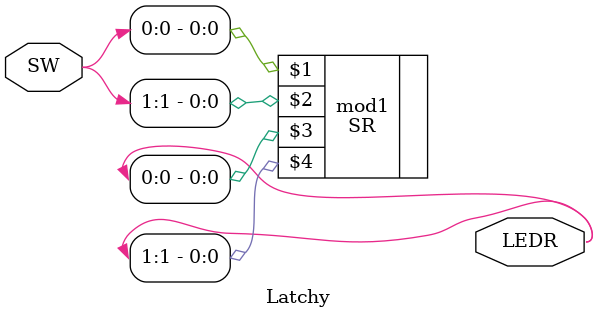
<source format=v>
module Latchy(input [17:0] SW, output [17:0] LEDR);
	SR mod1(SW[0], SW[1], LEDR[0], LEDR[1]);
endmodule

</source>
